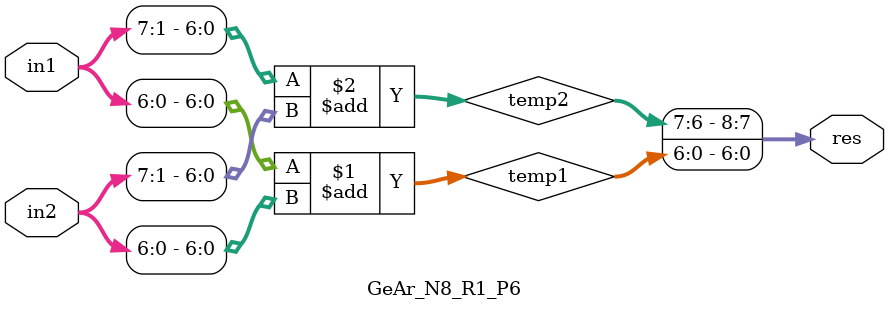
<source format=v>
`timescale 1ns / 1ps
module GeAr_N8_R1_P6(
    input [7:0] in1,
    input [7:0] in2,
    output [8:0] res
    );

wire [7:0] temp1,temp2;

assign temp1[7:0] = in1[6:0] + in2[6:0];
assign temp2[7:0] = in1[7:1] + in2[7:1];

assign res[8:0] = {temp2[7:6],temp1[6:0]};

endmodule

</source>
